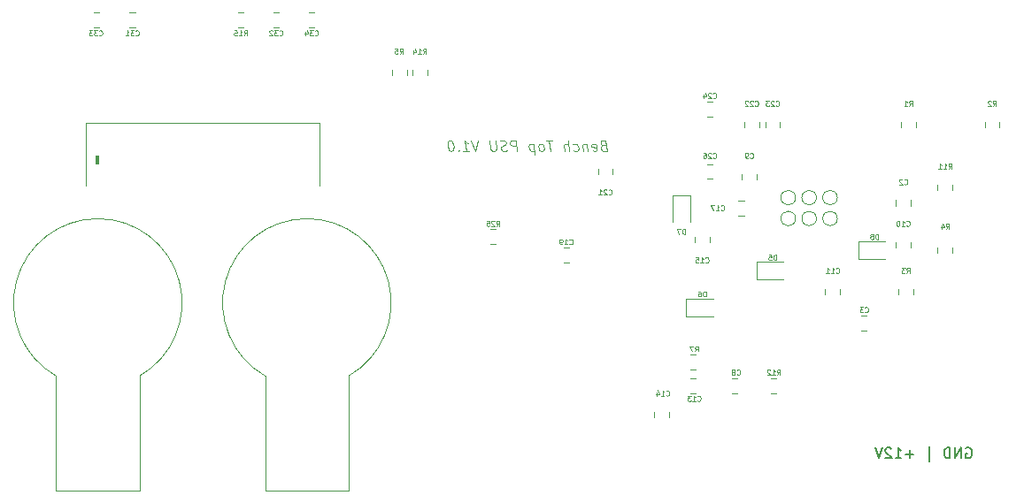
<source format=gbr>
%TF.GenerationSoftware,KiCad,Pcbnew,(5.99.0-3349-gc9824bbd9)*%
%TF.CreationDate,2020-09-17T19:27:59-07:00*%
%TF.ProjectId,Power_Supply,506f7765-725f-4537-9570-706c792e6b69,rev?*%
%TF.SameCoordinates,Original*%
%TF.FileFunction,Legend,Bot*%
%TF.FilePolarity,Positive*%
%FSLAX46Y46*%
G04 Gerber Fmt 4.6, Leading zero omitted, Abs format (unit mm)*
G04 Created by KiCad (PCBNEW (5.99.0-3349-gc9824bbd9)) date 2020-09-17 19:27:59*
%MOMM*%
%LPD*%
G01*
G04 APERTURE LIST*
%ADD10C,0.150000*%
%ADD11C,0.075000*%
%ADD12C,0.100000*%
%ADD13C,0.120000*%
%ADD14C,0.010000*%
%ADD15C,0.050000*%
G04 APERTURE END LIST*
D10*
X105000000Y-56000000D02*
X105095238Y-55952380D01*
X105238095Y-55952380D01*
X105380952Y-56000000D01*
X105476190Y-56095238D01*
X105523809Y-56190476D01*
X105571428Y-56380952D01*
X105571428Y-56523809D01*
X105523809Y-56714285D01*
X105476190Y-56809523D01*
X105380952Y-56904761D01*
X105238095Y-56952380D01*
X105142857Y-56952380D01*
X105000000Y-56904761D01*
X104952380Y-56857142D01*
X104952380Y-56523809D01*
X105142857Y-56523809D01*
X104523809Y-56952380D02*
X104523809Y-55952380D01*
X103952380Y-56952380D01*
X103952380Y-55952380D01*
X103476190Y-56952380D02*
X103476190Y-55952380D01*
X103238095Y-55952380D01*
X103095238Y-56000000D01*
X103000000Y-56095238D01*
X102952380Y-56190476D01*
X102904761Y-56380952D01*
X102904761Y-56523809D01*
X102952380Y-56714285D01*
X103000000Y-56809523D01*
X103095238Y-56904761D01*
X103238095Y-56952380D01*
X103476190Y-56952380D01*
X101476190Y-57285714D02*
X101476190Y-55857142D01*
X100000000Y-56571428D02*
X99238095Y-56571428D01*
X99619047Y-56952380D02*
X99619047Y-56190476D01*
X98238095Y-56952380D02*
X98809523Y-56952380D01*
X98523809Y-56952380D02*
X98523809Y-55952380D01*
X98619047Y-56095238D01*
X98714285Y-56190476D01*
X98809523Y-56238095D01*
X97857142Y-56047619D02*
X97809523Y-56000000D01*
X97714285Y-55952380D01*
X97476190Y-55952380D01*
X97380952Y-56000000D01*
X97333333Y-56047619D01*
X97285714Y-56142857D01*
X97285714Y-56238095D01*
X97333333Y-56380952D01*
X97904761Y-56952380D01*
X97285714Y-56952380D01*
X97000000Y-55952380D02*
X96666666Y-56952380D01*
X96333333Y-55952380D01*
D11*
X70267291Y-26994821D02*
X70130386Y-27042440D01*
X70088720Y-27090059D01*
X70053005Y-27185297D01*
X70070863Y-27328154D01*
X70130386Y-27423392D01*
X70183958Y-27471011D01*
X70285148Y-27518630D01*
X70666101Y-27518630D01*
X70541101Y-26518630D01*
X70207767Y-26518630D01*
X70118482Y-26566250D01*
X70076815Y-26613869D01*
X70041101Y-26709107D01*
X70053005Y-26804345D01*
X70112529Y-26899583D01*
X70166101Y-26947202D01*
X70267291Y-26994821D01*
X70600625Y-26994821D01*
X69279196Y-27471011D02*
X69380386Y-27518630D01*
X69570863Y-27518630D01*
X69660148Y-27471011D01*
X69695863Y-27375773D01*
X69648244Y-26994821D01*
X69588720Y-26899583D01*
X69487529Y-26851964D01*
X69297053Y-26851964D01*
X69207767Y-26899583D01*
X69172053Y-26994821D01*
X69183958Y-27090059D01*
X69672053Y-27185297D01*
X68725625Y-26851964D02*
X68808958Y-27518630D01*
X68737529Y-26947202D02*
X68683958Y-26899583D01*
X68582767Y-26851964D01*
X68439910Y-26851964D01*
X68350625Y-26899583D01*
X68314910Y-26994821D01*
X68380386Y-27518630D01*
X67469672Y-27471011D02*
X67570863Y-27518630D01*
X67761339Y-27518630D01*
X67850625Y-27471011D01*
X67892291Y-27423392D01*
X67928005Y-27328154D01*
X67892291Y-27042440D01*
X67832767Y-26947202D01*
X67779196Y-26899583D01*
X67678005Y-26851964D01*
X67487529Y-26851964D01*
X67398244Y-26899583D01*
X67047053Y-27518630D02*
X66922053Y-26518630D01*
X66618482Y-27518630D02*
X66553005Y-26994821D01*
X66588720Y-26899583D01*
X66678005Y-26851964D01*
X66820863Y-26851964D01*
X66922053Y-26899583D01*
X66975625Y-26947202D01*
X65398244Y-26518630D02*
X64826815Y-26518630D01*
X65237529Y-27518630D02*
X65112529Y-26518630D01*
X64475625Y-27518630D02*
X64564910Y-27471011D01*
X64606577Y-27423392D01*
X64642291Y-27328154D01*
X64606577Y-27042440D01*
X64547053Y-26947202D01*
X64493482Y-26899583D01*
X64392291Y-26851964D01*
X64249434Y-26851964D01*
X64160148Y-26899583D01*
X64118482Y-26947202D01*
X64082767Y-27042440D01*
X64118482Y-27328154D01*
X64178005Y-27423392D01*
X64231577Y-27471011D01*
X64332767Y-27518630D01*
X64475625Y-27518630D01*
X63630386Y-26851964D02*
X63755386Y-27851964D01*
X63636339Y-26899583D02*
X63535148Y-26851964D01*
X63344672Y-26851964D01*
X63255386Y-26899583D01*
X63213720Y-26947202D01*
X63178005Y-27042440D01*
X63213720Y-27328154D01*
X63273244Y-27423392D01*
X63326815Y-27471011D01*
X63428005Y-27518630D01*
X63618482Y-27518630D01*
X63707767Y-27471011D01*
X62047053Y-27518630D02*
X61922053Y-26518630D01*
X61541101Y-26518630D01*
X61451815Y-26566250D01*
X61410148Y-26613869D01*
X61374434Y-26709107D01*
X61392291Y-26851964D01*
X61451815Y-26947202D01*
X61505386Y-26994821D01*
X61606577Y-27042440D01*
X61987529Y-27042440D01*
X61088720Y-27471011D02*
X60951815Y-27518630D01*
X60713720Y-27518630D01*
X60612529Y-27471011D01*
X60558958Y-27423392D01*
X60499434Y-27328154D01*
X60487529Y-27232916D01*
X60523244Y-27137678D01*
X60564910Y-27090059D01*
X60654196Y-27042440D01*
X60838720Y-26994821D01*
X60928005Y-26947202D01*
X60969672Y-26899583D01*
X61005386Y-26804345D01*
X60993482Y-26709107D01*
X60933958Y-26613869D01*
X60880386Y-26566250D01*
X60779196Y-26518630D01*
X60541101Y-26518630D01*
X60404196Y-26566250D01*
X59969672Y-26518630D02*
X60070863Y-27328154D01*
X60035148Y-27423392D01*
X59993482Y-27471011D01*
X59904196Y-27518630D01*
X59713720Y-27518630D01*
X59612529Y-27471011D01*
X59558958Y-27423392D01*
X59499434Y-27328154D01*
X59398244Y-26518630D01*
X58303005Y-26518630D02*
X58094672Y-27518630D01*
X57636339Y-26518630D01*
X56904196Y-27518630D02*
X57475625Y-27518630D01*
X57189910Y-27518630D02*
X57064910Y-26518630D01*
X57178005Y-26661488D01*
X57285148Y-26756726D01*
X57386339Y-26804345D01*
X56463720Y-27423392D02*
X56422053Y-27471011D01*
X56475625Y-27518630D01*
X56517291Y-27471011D01*
X56463720Y-27423392D01*
X56475625Y-27518630D01*
X55683958Y-26518630D02*
X55588720Y-26518630D01*
X55499434Y-26566250D01*
X55457767Y-26613869D01*
X55422053Y-26709107D01*
X55398244Y-26899583D01*
X55428005Y-27137678D01*
X55499434Y-27328154D01*
X55558958Y-27423392D01*
X55612529Y-27471011D01*
X55713720Y-27518630D01*
X55808958Y-27518630D01*
X55898244Y-27471011D01*
X55939910Y-27423392D01*
X55975625Y-27328154D01*
X55999434Y-27137678D01*
X55969672Y-26899583D01*
X55898244Y-26709107D01*
X55838720Y-26613869D01*
X55785148Y-26566250D01*
X55683958Y-26518630D01*
D12*
%TO.C,C32*%
X39321428Y-16428571D02*
X39345238Y-16452380D01*
X39416666Y-16476190D01*
X39464285Y-16476190D01*
X39535714Y-16452380D01*
X39583333Y-16404761D01*
X39607142Y-16357142D01*
X39630952Y-16261904D01*
X39630952Y-16190476D01*
X39607142Y-16095238D01*
X39583333Y-16047619D01*
X39535714Y-16000000D01*
X39464285Y-15976190D01*
X39416666Y-15976190D01*
X39345238Y-16000000D01*
X39321428Y-16023809D01*
X39154761Y-15976190D02*
X38845238Y-15976190D01*
X39011904Y-16166666D01*
X38940476Y-16166666D01*
X38892857Y-16190476D01*
X38869047Y-16214285D01*
X38845238Y-16261904D01*
X38845238Y-16380952D01*
X38869047Y-16428571D01*
X38892857Y-16452380D01*
X38940476Y-16476190D01*
X39083333Y-16476190D01*
X39130952Y-16452380D01*
X39154761Y-16428571D01*
X38654761Y-16023809D02*
X38630952Y-16000000D01*
X38583333Y-15976190D01*
X38464285Y-15976190D01*
X38416666Y-16000000D01*
X38392857Y-16023809D01*
X38369047Y-16071428D01*
X38369047Y-16119047D01*
X38392857Y-16190476D01*
X38678571Y-16476190D01*
X38369047Y-16476190D01*
%TO.C,D6*%
X80119047Y-41476190D02*
X80119047Y-40976190D01*
X80000000Y-40976190D01*
X79928571Y-41000000D01*
X79880952Y-41047619D01*
X79857142Y-41095238D01*
X79833333Y-41190476D01*
X79833333Y-41261904D01*
X79857142Y-41357142D01*
X79880952Y-41404761D01*
X79928571Y-41452380D01*
X80000000Y-41476190D01*
X80119047Y-41476190D01*
X79404761Y-40976190D02*
X79500000Y-40976190D01*
X79547619Y-41000000D01*
X79571428Y-41023809D01*
X79619047Y-41095238D01*
X79642857Y-41190476D01*
X79642857Y-41380952D01*
X79619047Y-41428571D01*
X79595238Y-41452380D01*
X79547619Y-41476190D01*
X79452380Y-41476190D01*
X79404761Y-41452380D01*
X79380952Y-41428571D01*
X79357142Y-41380952D01*
X79357142Y-41261904D01*
X79380952Y-41214285D01*
X79404761Y-41190476D01*
X79452380Y-41166666D01*
X79547619Y-41166666D01*
X79595238Y-41190476D01*
X79619047Y-41214285D01*
X79642857Y-41261904D01*
%TO.C,R14*%
X53071428Y-18226190D02*
X53238095Y-17988095D01*
X53357142Y-18226190D02*
X53357142Y-17726190D01*
X53166666Y-17726190D01*
X53119047Y-17750000D01*
X53095238Y-17773809D01*
X53071428Y-17821428D01*
X53071428Y-17892857D01*
X53095238Y-17940476D01*
X53119047Y-17964285D01*
X53166666Y-17988095D01*
X53357142Y-17988095D01*
X52595238Y-18226190D02*
X52880952Y-18226190D01*
X52738095Y-18226190D02*
X52738095Y-17726190D01*
X52785714Y-17797619D01*
X52833333Y-17845238D01*
X52880952Y-17869047D01*
X52166666Y-17892857D02*
X52166666Y-18226190D01*
X52285714Y-17702380D02*
X52404761Y-18059523D01*
X52095238Y-18059523D01*
%TO.C,C3*%
X95333333Y-42928571D02*
X95357142Y-42952380D01*
X95428571Y-42976190D01*
X95476190Y-42976190D01*
X95547619Y-42952380D01*
X95595238Y-42904761D01*
X95619047Y-42857142D01*
X95642857Y-42761904D01*
X95642857Y-42690476D01*
X95619047Y-42595238D01*
X95595238Y-42547619D01*
X95547619Y-42500000D01*
X95476190Y-42476190D01*
X95428571Y-42476190D01*
X95357142Y-42500000D01*
X95333333Y-42523809D01*
X95166666Y-42476190D02*
X94857142Y-42476190D01*
X95023809Y-42666666D01*
X94952380Y-42666666D01*
X94904761Y-42690476D01*
X94880952Y-42714285D01*
X94857142Y-42761904D01*
X94857142Y-42880952D01*
X94880952Y-42928571D01*
X94904761Y-42952380D01*
X94952380Y-42976190D01*
X95095238Y-42976190D01*
X95142857Y-42952380D01*
X95166666Y-42928571D01*
%TO.C,C8*%
X83083333Y-48928571D02*
X83107142Y-48952380D01*
X83178571Y-48976190D01*
X83226190Y-48976190D01*
X83297619Y-48952380D01*
X83345238Y-48904761D01*
X83369047Y-48857142D01*
X83392857Y-48761904D01*
X83392857Y-48690476D01*
X83369047Y-48595238D01*
X83345238Y-48547619D01*
X83297619Y-48500000D01*
X83226190Y-48476190D01*
X83178571Y-48476190D01*
X83107142Y-48500000D01*
X83083333Y-48523809D01*
X82797619Y-48690476D02*
X82845238Y-48666666D01*
X82869047Y-48642857D01*
X82892857Y-48595238D01*
X82892857Y-48571428D01*
X82869047Y-48523809D01*
X82845238Y-48500000D01*
X82797619Y-48476190D01*
X82702380Y-48476190D01*
X82654761Y-48500000D01*
X82630952Y-48523809D01*
X82607142Y-48571428D01*
X82607142Y-48595238D01*
X82630952Y-48642857D01*
X82654761Y-48666666D01*
X82702380Y-48690476D01*
X82797619Y-48690476D01*
X82845238Y-48714285D01*
X82869047Y-48738095D01*
X82892857Y-48785714D01*
X82892857Y-48880952D01*
X82869047Y-48928571D01*
X82845238Y-48952380D01*
X82797619Y-48976190D01*
X82702380Y-48976190D01*
X82654761Y-48952380D01*
X82630952Y-48928571D01*
X82607142Y-48880952D01*
X82607142Y-48785714D01*
X82630952Y-48738095D01*
X82654761Y-48714285D01*
X82702380Y-48690476D01*
%TO.C,C2*%
X99083333Y-30678571D02*
X99107142Y-30702380D01*
X99178571Y-30726190D01*
X99226190Y-30726190D01*
X99297619Y-30702380D01*
X99345238Y-30654761D01*
X99369047Y-30607142D01*
X99392857Y-30511904D01*
X99392857Y-30440476D01*
X99369047Y-30345238D01*
X99345238Y-30297619D01*
X99297619Y-30250000D01*
X99226190Y-30226190D01*
X99178571Y-30226190D01*
X99107142Y-30250000D01*
X99083333Y-30273809D01*
X98892857Y-30273809D02*
X98869047Y-30250000D01*
X98821428Y-30226190D01*
X98702380Y-30226190D01*
X98654761Y-30250000D01*
X98630952Y-30273809D01*
X98607142Y-30321428D01*
X98607142Y-30369047D01*
X98630952Y-30440476D01*
X98916666Y-30726190D01*
X98607142Y-30726190D01*
%TO.C,R11*%
X103321428Y-29226190D02*
X103488095Y-28988095D01*
X103607142Y-29226190D02*
X103607142Y-28726190D01*
X103416666Y-28726190D01*
X103369047Y-28750000D01*
X103345238Y-28773809D01*
X103321428Y-28821428D01*
X103321428Y-28892857D01*
X103345238Y-28940476D01*
X103369047Y-28964285D01*
X103416666Y-28988095D01*
X103607142Y-28988095D01*
X102845238Y-29226190D02*
X103130952Y-29226190D01*
X102988095Y-29226190D02*
X102988095Y-28726190D01*
X103035714Y-28797619D01*
X103083333Y-28845238D01*
X103130952Y-28869047D01*
X102369047Y-29226190D02*
X102654761Y-29226190D01*
X102511904Y-29226190D02*
X102511904Y-28726190D01*
X102559523Y-28797619D01*
X102607142Y-28845238D01*
X102654761Y-28869047D01*
%TO.C,D8*%
X96619047Y-35976190D02*
X96619047Y-35476190D01*
X96500000Y-35476190D01*
X96428571Y-35500000D01*
X96380952Y-35547619D01*
X96357142Y-35595238D01*
X96333333Y-35690476D01*
X96333333Y-35761904D01*
X96357142Y-35857142D01*
X96380952Y-35904761D01*
X96428571Y-35952380D01*
X96500000Y-35976190D01*
X96619047Y-35976190D01*
X96047619Y-35690476D02*
X96095238Y-35666666D01*
X96119047Y-35642857D01*
X96142857Y-35595238D01*
X96142857Y-35571428D01*
X96119047Y-35523809D01*
X96095238Y-35500000D01*
X96047619Y-35476190D01*
X95952380Y-35476190D01*
X95904761Y-35500000D01*
X95880952Y-35523809D01*
X95857142Y-35571428D01*
X95857142Y-35595238D01*
X95880952Y-35642857D01*
X95904761Y-35666666D01*
X95952380Y-35690476D01*
X96047619Y-35690476D01*
X96095238Y-35714285D01*
X96119047Y-35738095D01*
X96142857Y-35785714D01*
X96142857Y-35880952D01*
X96119047Y-35928571D01*
X96095238Y-35952380D01*
X96047619Y-35976190D01*
X95952380Y-35976190D01*
X95904761Y-35952380D01*
X95880952Y-35928571D01*
X95857142Y-35880952D01*
X95857142Y-35785714D01*
X95880952Y-35738095D01*
X95904761Y-35714285D01*
X95952380Y-35690476D01*
%TO.C,R4*%
X103083333Y-34976190D02*
X103250000Y-34738095D01*
X103369047Y-34976190D02*
X103369047Y-34476190D01*
X103178571Y-34476190D01*
X103130952Y-34500000D01*
X103107142Y-34523809D01*
X103083333Y-34571428D01*
X103083333Y-34642857D01*
X103107142Y-34690476D01*
X103130952Y-34714285D01*
X103178571Y-34738095D01*
X103369047Y-34738095D01*
X102654761Y-34642857D02*
X102654761Y-34976190D01*
X102773809Y-34452380D02*
X102892857Y-34809523D01*
X102583333Y-34809523D01*
%TO.C,C34*%
X42721428Y-16428571D02*
X42745238Y-16452380D01*
X42816666Y-16476190D01*
X42864285Y-16476190D01*
X42935714Y-16452380D01*
X42983333Y-16404761D01*
X43007142Y-16357142D01*
X43030952Y-16261904D01*
X43030952Y-16190476D01*
X43007142Y-16095238D01*
X42983333Y-16047619D01*
X42935714Y-16000000D01*
X42864285Y-15976190D01*
X42816666Y-15976190D01*
X42745238Y-16000000D01*
X42721428Y-16023809D01*
X42554761Y-15976190D02*
X42245238Y-15976190D01*
X42411904Y-16166666D01*
X42340476Y-16166666D01*
X42292857Y-16190476D01*
X42269047Y-16214285D01*
X42245238Y-16261904D01*
X42245238Y-16380952D01*
X42269047Y-16428571D01*
X42292857Y-16452380D01*
X42340476Y-16476190D01*
X42483333Y-16476190D01*
X42530952Y-16452380D01*
X42554761Y-16428571D01*
X41816666Y-16142857D02*
X41816666Y-16476190D01*
X41935714Y-15952380D02*
X42054761Y-16309523D01*
X41745238Y-16309523D01*
%TO.C,R25*%
X60071428Y-34726190D02*
X60238095Y-34488095D01*
X60357142Y-34726190D02*
X60357142Y-34226190D01*
X60166666Y-34226190D01*
X60119047Y-34250000D01*
X60095238Y-34273809D01*
X60071428Y-34321428D01*
X60071428Y-34392857D01*
X60095238Y-34440476D01*
X60119047Y-34464285D01*
X60166666Y-34488095D01*
X60357142Y-34488095D01*
X59880952Y-34273809D02*
X59857142Y-34250000D01*
X59809523Y-34226190D01*
X59690476Y-34226190D01*
X59642857Y-34250000D01*
X59619047Y-34273809D01*
X59595238Y-34321428D01*
X59595238Y-34369047D01*
X59619047Y-34440476D01*
X59904761Y-34726190D01*
X59595238Y-34726190D01*
X59142857Y-34226190D02*
X59380952Y-34226190D01*
X59404761Y-34464285D01*
X59380952Y-34440476D01*
X59333333Y-34416666D01*
X59214285Y-34416666D01*
X59166666Y-34440476D01*
X59142857Y-34464285D01*
X59119047Y-34511904D01*
X59119047Y-34630952D01*
X59142857Y-34678571D01*
X59166666Y-34702380D01*
X59214285Y-34726190D01*
X59333333Y-34726190D01*
X59380952Y-34702380D01*
X59404761Y-34678571D01*
%TO.C,D5*%
X86869047Y-37976190D02*
X86869047Y-37476190D01*
X86750000Y-37476190D01*
X86678571Y-37500000D01*
X86630952Y-37547619D01*
X86607142Y-37595238D01*
X86583333Y-37690476D01*
X86583333Y-37761904D01*
X86607142Y-37857142D01*
X86630952Y-37904761D01*
X86678571Y-37952380D01*
X86750000Y-37976190D01*
X86869047Y-37976190D01*
X86130952Y-37476190D02*
X86369047Y-37476190D01*
X86392857Y-37714285D01*
X86369047Y-37690476D01*
X86321428Y-37666666D01*
X86202380Y-37666666D01*
X86154761Y-37690476D01*
X86130952Y-37714285D01*
X86107142Y-37761904D01*
X86107142Y-37880952D01*
X86130952Y-37928571D01*
X86154761Y-37952380D01*
X86202380Y-37976190D01*
X86321428Y-37976190D01*
X86369047Y-37952380D01*
X86392857Y-37928571D01*
%TO.C,C15*%
X80071428Y-38178571D02*
X80095238Y-38202380D01*
X80166666Y-38226190D01*
X80214285Y-38226190D01*
X80285714Y-38202380D01*
X80333333Y-38154761D01*
X80357142Y-38107142D01*
X80380952Y-38011904D01*
X80380952Y-37940476D01*
X80357142Y-37845238D01*
X80333333Y-37797619D01*
X80285714Y-37750000D01*
X80214285Y-37726190D01*
X80166666Y-37726190D01*
X80095238Y-37750000D01*
X80071428Y-37773809D01*
X79595238Y-38226190D02*
X79880952Y-38226190D01*
X79738095Y-38226190D02*
X79738095Y-37726190D01*
X79785714Y-37797619D01*
X79833333Y-37845238D01*
X79880952Y-37869047D01*
X79142857Y-37726190D02*
X79380952Y-37726190D01*
X79404761Y-37964285D01*
X79380952Y-37940476D01*
X79333333Y-37916666D01*
X79214285Y-37916666D01*
X79166666Y-37940476D01*
X79142857Y-37964285D01*
X79119047Y-38011904D01*
X79119047Y-38130952D01*
X79142857Y-38178571D01*
X79166666Y-38202380D01*
X79214285Y-38226190D01*
X79333333Y-38226190D01*
X79380952Y-38202380D01*
X79404761Y-38178571D01*
%TO.C,C31*%
X25571428Y-16428571D02*
X25595238Y-16452380D01*
X25666666Y-16476190D01*
X25714285Y-16476190D01*
X25785714Y-16452380D01*
X25833333Y-16404761D01*
X25857142Y-16357142D01*
X25880952Y-16261904D01*
X25880952Y-16190476D01*
X25857142Y-16095238D01*
X25833333Y-16047619D01*
X25785714Y-16000000D01*
X25714285Y-15976190D01*
X25666666Y-15976190D01*
X25595238Y-16000000D01*
X25571428Y-16023809D01*
X25404761Y-15976190D02*
X25095238Y-15976190D01*
X25261904Y-16166666D01*
X25190476Y-16166666D01*
X25142857Y-16190476D01*
X25119047Y-16214285D01*
X25095238Y-16261904D01*
X25095238Y-16380952D01*
X25119047Y-16428571D01*
X25142857Y-16452380D01*
X25190476Y-16476190D01*
X25333333Y-16476190D01*
X25380952Y-16452380D01*
X25404761Y-16428571D01*
X24619047Y-16476190D02*
X24904761Y-16476190D01*
X24761904Y-16476190D02*
X24761904Y-15976190D01*
X24809523Y-16047619D01*
X24857142Y-16095238D01*
X24904761Y-16119047D01*
%TO.C,C10*%
X99321428Y-34678571D02*
X99345238Y-34702380D01*
X99416666Y-34726190D01*
X99464285Y-34726190D01*
X99535714Y-34702380D01*
X99583333Y-34654761D01*
X99607142Y-34607142D01*
X99630952Y-34511904D01*
X99630952Y-34440476D01*
X99607142Y-34345238D01*
X99583333Y-34297619D01*
X99535714Y-34250000D01*
X99464285Y-34226190D01*
X99416666Y-34226190D01*
X99345238Y-34250000D01*
X99321428Y-34273809D01*
X98845238Y-34726190D02*
X99130952Y-34726190D01*
X98988095Y-34726190D02*
X98988095Y-34226190D01*
X99035714Y-34297619D01*
X99083333Y-34345238D01*
X99130952Y-34369047D01*
X98535714Y-34226190D02*
X98488095Y-34226190D01*
X98440476Y-34250000D01*
X98416666Y-34273809D01*
X98392857Y-34321428D01*
X98369047Y-34416666D01*
X98369047Y-34535714D01*
X98392857Y-34630952D01*
X98416666Y-34678571D01*
X98440476Y-34702380D01*
X98488095Y-34726190D01*
X98535714Y-34726190D01*
X98583333Y-34702380D01*
X98607142Y-34678571D01*
X98630952Y-34630952D01*
X98654761Y-34535714D01*
X98654761Y-34416666D01*
X98630952Y-34321428D01*
X98607142Y-34273809D01*
X98583333Y-34250000D01*
X98535714Y-34226190D01*
%TO.C,R5*%
X50833333Y-18226190D02*
X51000000Y-17988095D01*
X51119047Y-18226190D02*
X51119047Y-17726190D01*
X50928571Y-17726190D01*
X50880952Y-17750000D01*
X50857142Y-17773809D01*
X50833333Y-17821428D01*
X50833333Y-17892857D01*
X50857142Y-17940476D01*
X50880952Y-17964285D01*
X50928571Y-17988095D01*
X51119047Y-17988095D01*
X50380952Y-17726190D02*
X50619047Y-17726190D01*
X50642857Y-17964285D01*
X50619047Y-17940476D01*
X50571428Y-17916666D01*
X50452380Y-17916666D01*
X50404761Y-17940476D01*
X50380952Y-17964285D01*
X50357142Y-18011904D01*
X50357142Y-18130952D01*
X50380952Y-18178571D01*
X50404761Y-18202380D01*
X50452380Y-18226190D01*
X50571428Y-18226190D01*
X50619047Y-18202380D01*
X50642857Y-18178571D01*
%TO.C,C14*%
X76321428Y-50928571D02*
X76345238Y-50952380D01*
X76416666Y-50976190D01*
X76464285Y-50976190D01*
X76535714Y-50952380D01*
X76583333Y-50904761D01*
X76607142Y-50857142D01*
X76630952Y-50761904D01*
X76630952Y-50690476D01*
X76607142Y-50595238D01*
X76583333Y-50547619D01*
X76535714Y-50500000D01*
X76464285Y-50476190D01*
X76416666Y-50476190D01*
X76345238Y-50500000D01*
X76321428Y-50523809D01*
X75845238Y-50976190D02*
X76130952Y-50976190D01*
X75988095Y-50976190D02*
X75988095Y-50476190D01*
X76035714Y-50547619D01*
X76083333Y-50595238D01*
X76130952Y-50619047D01*
X75416666Y-50642857D02*
X75416666Y-50976190D01*
X75535714Y-50452380D02*
X75654761Y-50809523D01*
X75345238Y-50809523D01*
%TO.C,R2*%
X107583333Y-23226190D02*
X107750000Y-22988095D01*
X107869047Y-23226190D02*
X107869047Y-22726190D01*
X107678571Y-22726190D01*
X107630952Y-22750000D01*
X107607142Y-22773809D01*
X107583333Y-22821428D01*
X107583333Y-22892857D01*
X107607142Y-22940476D01*
X107630952Y-22964285D01*
X107678571Y-22988095D01*
X107869047Y-22988095D01*
X107392857Y-22773809D02*
X107369047Y-22750000D01*
X107321428Y-22726190D01*
X107202380Y-22726190D01*
X107154761Y-22750000D01*
X107130952Y-22773809D01*
X107107142Y-22821428D01*
X107107142Y-22869047D01*
X107130952Y-22940476D01*
X107416666Y-23226190D01*
X107107142Y-23226190D01*
%TO.C,R3*%
X99333333Y-39226190D02*
X99500000Y-38988095D01*
X99619047Y-39226190D02*
X99619047Y-38726190D01*
X99428571Y-38726190D01*
X99380952Y-38750000D01*
X99357142Y-38773809D01*
X99333333Y-38821428D01*
X99333333Y-38892857D01*
X99357142Y-38940476D01*
X99380952Y-38964285D01*
X99428571Y-38988095D01*
X99619047Y-38988095D01*
X99166666Y-38726190D02*
X98857142Y-38726190D01*
X99023809Y-38916666D01*
X98952380Y-38916666D01*
X98904761Y-38940476D01*
X98880952Y-38964285D01*
X98857142Y-39011904D01*
X98857142Y-39130952D01*
X98880952Y-39178571D01*
X98904761Y-39202380D01*
X98952380Y-39226190D01*
X99095238Y-39226190D01*
X99142857Y-39202380D01*
X99166666Y-39178571D01*
%TO.C,R12*%
X86941428Y-48976190D02*
X87108095Y-48738095D01*
X87227142Y-48976190D02*
X87227142Y-48476190D01*
X87036666Y-48476190D01*
X86989047Y-48500000D01*
X86965238Y-48523809D01*
X86941428Y-48571428D01*
X86941428Y-48642857D01*
X86965238Y-48690476D01*
X86989047Y-48714285D01*
X87036666Y-48738095D01*
X87227142Y-48738095D01*
X86465238Y-48976190D02*
X86750952Y-48976190D01*
X86608095Y-48976190D02*
X86608095Y-48476190D01*
X86655714Y-48547619D01*
X86703333Y-48595238D01*
X86750952Y-48619047D01*
X86274761Y-48523809D02*
X86250952Y-48500000D01*
X86203333Y-48476190D01*
X86084285Y-48476190D01*
X86036666Y-48500000D01*
X86012857Y-48523809D01*
X85989047Y-48571428D01*
X85989047Y-48619047D01*
X86012857Y-48690476D01*
X86298571Y-48976190D01*
X85989047Y-48976190D01*
%TO.C,C33*%
X22071428Y-16428571D02*
X22095238Y-16452380D01*
X22166666Y-16476190D01*
X22214285Y-16476190D01*
X22285714Y-16452380D01*
X22333333Y-16404761D01*
X22357142Y-16357142D01*
X22380952Y-16261904D01*
X22380952Y-16190476D01*
X22357142Y-16095238D01*
X22333333Y-16047619D01*
X22285714Y-16000000D01*
X22214285Y-15976190D01*
X22166666Y-15976190D01*
X22095238Y-16000000D01*
X22071428Y-16023809D01*
X21904761Y-15976190D02*
X21595238Y-15976190D01*
X21761904Y-16166666D01*
X21690476Y-16166666D01*
X21642857Y-16190476D01*
X21619047Y-16214285D01*
X21595238Y-16261904D01*
X21595238Y-16380952D01*
X21619047Y-16428571D01*
X21642857Y-16452380D01*
X21690476Y-16476190D01*
X21833333Y-16476190D01*
X21880952Y-16452380D01*
X21904761Y-16428571D01*
X21428571Y-15976190D02*
X21119047Y-15976190D01*
X21285714Y-16166666D01*
X21214285Y-16166666D01*
X21166666Y-16190476D01*
X21142857Y-16214285D01*
X21119047Y-16261904D01*
X21119047Y-16380952D01*
X21142857Y-16428571D01*
X21166666Y-16452380D01*
X21214285Y-16476190D01*
X21357142Y-16476190D01*
X21404761Y-16452380D01*
X21428571Y-16428571D01*
%TO.C,C22*%
X84821428Y-23178571D02*
X84845238Y-23202380D01*
X84916666Y-23226190D01*
X84964285Y-23226190D01*
X85035714Y-23202380D01*
X85083333Y-23154761D01*
X85107142Y-23107142D01*
X85130952Y-23011904D01*
X85130952Y-22940476D01*
X85107142Y-22845238D01*
X85083333Y-22797619D01*
X85035714Y-22750000D01*
X84964285Y-22726190D01*
X84916666Y-22726190D01*
X84845238Y-22750000D01*
X84821428Y-22773809D01*
X84630952Y-22773809D02*
X84607142Y-22750000D01*
X84559523Y-22726190D01*
X84440476Y-22726190D01*
X84392857Y-22750000D01*
X84369047Y-22773809D01*
X84345238Y-22821428D01*
X84345238Y-22869047D01*
X84369047Y-22940476D01*
X84654761Y-23226190D01*
X84345238Y-23226190D01*
X84154761Y-22773809D02*
X84130952Y-22750000D01*
X84083333Y-22726190D01*
X83964285Y-22726190D01*
X83916666Y-22750000D01*
X83892857Y-22773809D01*
X83869047Y-22821428D01*
X83869047Y-22869047D01*
X83892857Y-22940476D01*
X84178571Y-23226190D01*
X83869047Y-23226190D01*
%TO.C,C13*%
X79321428Y-51428571D02*
X79345238Y-51452380D01*
X79416666Y-51476190D01*
X79464285Y-51476190D01*
X79535714Y-51452380D01*
X79583333Y-51404761D01*
X79607142Y-51357142D01*
X79630952Y-51261904D01*
X79630952Y-51190476D01*
X79607142Y-51095238D01*
X79583333Y-51047619D01*
X79535714Y-51000000D01*
X79464285Y-50976190D01*
X79416666Y-50976190D01*
X79345238Y-51000000D01*
X79321428Y-51023809D01*
X78845238Y-51476190D02*
X79130952Y-51476190D01*
X78988095Y-51476190D02*
X78988095Y-50976190D01*
X79035714Y-51047619D01*
X79083333Y-51095238D01*
X79130952Y-51119047D01*
X78678571Y-50976190D02*
X78369047Y-50976190D01*
X78535714Y-51166666D01*
X78464285Y-51166666D01*
X78416666Y-51190476D01*
X78392857Y-51214285D01*
X78369047Y-51261904D01*
X78369047Y-51380952D01*
X78392857Y-51428571D01*
X78416666Y-51452380D01*
X78464285Y-51476190D01*
X78607142Y-51476190D01*
X78654761Y-51452380D01*
X78678571Y-51428571D01*
%TO.C,R1*%
X99583333Y-23226190D02*
X99750000Y-22988095D01*
X99869047Y-23226190D02*
X99869047Y-22726190D01*
X99678571Y-22726190D01*
X99630952Y-22750000D01*
X99607142Y-22773809D01*
X99583333Y-22821428D01*
X99583333Y-22892857D01*
X99607142Y-22940476D01*
X99630952Y-22964285D01*
X99678571Y-22988095D01*
X99869047Y-22988095D01*
X99107142Y-23226190D02*
X99392857Y-23226190D01*
X99250000Y-23226190D02*
X99250000Y-22726190D01*
X99297619Y-22797619D01*
X99345238Y-22845238D01*
X99392857Y-22869047D01*
%TO.C,C21*%
X70821428Y-31678571D02*
X70845238Y-31702380D01*
X70916666Y-31726190D01*
X70964285Y-31726190D01*
X71035714Y-31702380D01*
X71083333Y-31654761D01*
X71107142Y-31607142D01*
X71130952Y-31511904D01*
X71130952Y-31440476D01*
X71107142Y-31345238D01*
X71083333Y-31297619D01*
X71035714Y-31250000D01*
X70964285Y-31226190D01*
X70916666Y-31226190D01*
X70845238Y-31250000D01*
X70821428Y-31273809D01*
X70630952Y-31273809D02*
X70607142Y-31250000D01*
X70559523Y-31226190D01*
X70440476Y-31226190D01*
X70392857Y-31250000D01*
X70369047Y-31273809D01*
X70345238Y-31321428D01*
X70345238Y-31369047D01*
X70369047Y-31440476D01*
X70654761Y-31726190D01*
X70345238Y-31726190D01*
X69869047Y-31726190D02*
X70154761Y-31726190D01*
X70011904Y-31726190D02*
X70011904Y-31226190D01*
X70059523Y-31297619D01*
X70107142Y-31345238D01*
X70154761Y-31369047D01*
%TO.C,C19*%
X67071428Y-36428571D02*
X67095238Y-36452380D01*
X67166666Y-36476190D01*
X67214285Y-36476190D01*
X67285714Y-36452380D01*
X67333333Y-36404761D01*
X67357142Y-36357142D01*
X67380952Y-36261904D01*
X67380952Y-36190476D01*
X67357142Y-36095238D01*
X67333333Y-36047619D01*
X67285714Y-36000000D01*
X67214285Y-35976190D01*
X67166666Y-35976190D01*
X67095238Y-36000000D01*
X67071428Y-36023809D01*
X66595238Y-36476190D02*
X66880952Y-36476190D01*
X66738095Y-36476190D02*
X66738095Y-35976190D01*
X66785714Y-36047619D01*
X66833333Y-36095238D01*
X66880952Y-36119047D01*
X66357142Y-36476190D02*
X66261904Y-36476190D01*
X66214285Y-36452380D01*
X66190476Y-36428571D01*
X66142857Y-36357142D01*
X66119047Y-36261904D01*
X66119047Y-36071428D01*
X66142857Y-36023809D01*
X66166666Y-36000000D01*
X66214285Y-35976190D01*
X66309523Y-35976190D01*
X66357142Y-36000000D01*
X66380952Y-36023809D01*
X66404761Y-36071428D01*
X66404761Y-36190476D01*
X66380952Y-36238095D01*
X66357142Y-36261904D01*
X66309523Y-36285714D01*
X66214285Y-36285714D01*
X66166666Y-36261904D01*
X66142857Y-36238095D01*
X66119047Y-36190476D01*
%TO.C,C24*%
X80821428Y-22428571D02*
X80845238Y-22452380D01*
X80916666Y-22476190D01*
X80964285Y-22476190D01*
X81035714Y-22452380D01*
X81083333Y-22404761D01*
X81107142Y-22357142D01*
X81130952Y-22261904D01*
X81130952Y-22190476D01*
X81107142Y-22095238D01*
X81083333Y-22047619D01*
X81035714Y-22000000D01*
X80964285Y-21976190D01*
X80916666Y-21976190D01*
X80845238Y-22000000D01*
X80821428Y-22023809D01*
X80630952Y-22023809D02*
X80607142Y-22000000D01*
X80559523Y-21976190D01*
X80440476Y-21976190D01*
X80392857Y-22000000D01*
X80369047Y-22023809D01*
X80345238Y-22071428D01*
X80345238Y-22119047D01*
X80369047Y-22190476D01*
X80654761Y-22476190D01*
X80345238Y-22476190D01*
X79916666Y-22142857D02*
X79916666Y-22476190D01*
X80035714Y-21952380D02*
X80154761Y-22309523D01*
X79845238Y-22309523D01*
%TO.C,D7*%
X78119047Y-35476190D02*
X78119047Y-34976190D01*
X78000000Y-34976190D01*
X77928571Y-35000000D01*
X77880952Y-35047619D01*
X77857142Y-35095238D01*
X77833333Y-35190476D01*
X77833333Y-35261904D01*
X77857142Y-35357142D01*
X77880952Y-35404761D01*
X77928571Y-35452380D01*
X78000000Y-35476190D01*
X78119047Y-35476190D01*
X77666666Y-34976190D02*
X77333333Y-34976190D01*
X77547619Y-35476190D01*
%TO.C,R15*%
X35921428Y-16476190D02*
X36088095Y-16238095D01*
X36207142Y-16476190D02*
X36207142Y-15976190D01*
X36016666Y-15976190D01*
X35969047Y-16000000D01*
X35945238Y-16023809D01*
X35921428Y-16071428D01*
X35921428Y-16142857D01*
X35945238Y-16190476D01*
X35969047Y-16214285D01*
X36016666Y-16238095D01*
X36207142Y-16238095D01*
X35445238Y-16476190D02*
X35730952Y-16476190D01*
X35588095Y-16476190D02*
X35588095Y-15976190D01*
X35635714Y-16047619D01*
X35683333Y-16095238D01*
X35730952Y-16119047D01*
X34992857Y-15976190D02*
X35230952Y-15976190D01*
X35254761Y-16214285D01*
X35230952Y-16190476D01*
X35183333Y-16166666D01*
X35064285Y-16166666D01*
X35016666Y-16190476D01*
X34992857Y-16214285D01*
X34969047Y-16261904D01*
X34969047Y-16380952D01*
X34992857Y-16428571D01*
X35016666Y-16452380D01*
X35064285Y-16476190D01*
X35183333Y-16476190D01*
X35230952Y-16452380D01*
X35254761Y-16428571D01*
%TO.C,R7*%
X79083333Y-46726190D02*
X79250000Y-46488095D01*
X79369047Y-46726190D02*
X79369047Y-46226190D01*
X79178571Y-46226190D01*
X79130952Y-46250000D01*
X79107142Y-46273809D01*
X79083333Y-46321428D01*
X79083333Y-46392857D01*
X79107142Y-46440476D01*
X79130952Y-46464285D01*
X79178571Y-46488095D01*
X79369047Y-46488095D01*
X78916666Y-46226190D02*
X78583333Y-46226190D01*
X78797619Y-46726190D01*
%TO.C,C26*%
X80821428Y-28178571D02*
X80845238Y-28202380D01*
X80916666Y-28226190D01*
X80964285Y-28226190D01*
X81035714Y-28202380D01*
X81083333Y-28154761D01*
X81107142Y-28107142D01*
X81130952Y-28011904D01*
X81130952Y-27940476D01*
X81107142Y-27845238D01*
X81083333Y-27797619D01*
X81035714Y-27750000D01*
X80964285Y-27726190D01*
X80916666Y-27726190D01*
X80845238Y-27750000D01*
X80821428Y-27773809D01*
X80630952Y-27773809D02*
X80607142Y-27750000D01*
X80559523Y-27726190D01*
X80440476Y-27726190D01*
X80392857Y-27750000D01*
X80369047Y-27773809D01*
X80345238Y-27821428D01*
X80345238Y-27869047D01*
X80369047Y-27940476D01*
X80654761Y-28226190D01*
X80345238Y-28226190D01*
X79916666Y-27726190D02*
X80011904Y-27726190D01*
X80059523Y-27750000D01*
X80083333Y-27773809D01*
X80130952Y-27845238D01*
X80154761Y-27940476D01*
X80154761Y-28130952D01*
X80130952Y-28178571D01*
X80107142Y-28202380D01*
X80059523Y-28226190D01*
X79964285Y-28226190D01*
X79916666Y-28202380D01*
X79892857Y-28178571D01*
X79869047Y-28130952D01*
X79869047Y-28011904D01*
X79892857Y-27964285D01*
X79916666Y-27940476D01*
X79964285Y-27916666D01*
X80059523Y-27916666D01*
X80107142Y-27940476D01*
X80130952Y-27964285D01*
X80154761Y-28011904D01*
%TO.C,C17*%
X81571428Y-33178571D02*
X81595238Y-33202380D01*
X81666666Y-33226190D01*
X81714285Y-33226190D01*
X81785714Y-33202380D01*
X81833333Y-33154761D01*
X81857142Y-33107142D01*
X81880952Y-33011904D01*
X81880952Y-32940476D01*
X81857142Y-32845238D01*
X81833333Y-32797619D01*
X81785714Y-32750000D01*
X81714285Y-32726190D01*
X81666666Y-32726190D01*
X81595238Y-32750000D01*
X81571428Y-32773809D01*
X81095238Y-33226190D02*
X81380952Y-33226190D01*
X81238095Y-33226190D02*
X81238095Y-32726190D01*
X81285714Y-32797619D01*
X81333333Y-32845238D01*
X81380952Y-32869047D01*
X80928571Y-32726190D02*
X80595238Y-32726190D01*
X80809523Y-33226190D01*
%TO.C,C11*%
X92571428Y-39178571D02*
X92595238Y-39202380D01*
X92666666Y-39226190D01*
X92714285Y-39226190D01*
X92785714Y-39202380D01*
X92833333Y-39154761D01*
X92857142Y-39107142D01*
X92880952Y-39011904D01*
X92880952Y-38940476D01*
X92857142Y-38845238D01*
X92833333Y-38797619D01*
X92785714Y-38750000D01*
X92714285Y-38726190D01*
X92666666Y-38726190D01*
X92595238Y-38750000D01*
X92571428Y-38773809D01*
X92095238Y-39226190D02*
X92380952Y-39226190D01*
X92238095Y-39226190D02*
X92238095Y-38726190D01*
X92285714Y-38797619D01*
X92333333Y-38845238D01*
X92380952Y-38869047D01*
X91619047Y-39226190D02*
X91904761Y-39226190D01*
X91761904Y-39226190D02*
X91761904Y-38726190D01*
X91809523Y-38797619D01*
X91857142Y-38845238D01*
X91904761Y-38869047D01*
%TO.C,C23*%
X86821428Y-23178571D02*
X86845238Y-23202380D01*
X86916666Y-23226190D01*
X86964285Y-23226190D01*
X87035714Y-23202380D01*
X87083333Y-23154761D01*
X87107142Y-23107142D01*
X87130952Y-23011904D01*
X87130952Y-22940476D01*
X87107142Y-22845238D01*
X87083333Y-22797619D01*
X87035714Y-22750000D01*
X86964285Y-22726190D01*
X86916666Y-22726190D01*
X86845238Y-22750000D01*
X86821428Y-22773809D01*
X86630952Y-22773809D02*
X86607142Y-22750000D01*
X86559523Y-22726190D01*
X86440476Y-22726190D01*
X86392857Y-22750000D01*
X86369047Y-22773809D01*
X86345238Y-22821428D01*
X86345238Y-22869047D01*
X86369047Y-22940476D01*
X86654761Y-23226190D01*
X86345238Y-23226190D01*
X86178571Y-22726190D02*
X85869047Y-22726190D01*
X86035714Y-22916666D01*
X85964285Y-22916666D01*
X85916666Y-22940476D01*
X85892857Y-22964285D01*
X85869047Y-23011904D01*
X85869047Y-23130952D01*
X85892857Y-23178571D01*
X85916666Y-23202380D01*
X85964285Y-23226190D01*
X86107142Y-23226190D01*
X86154761Y-23202380D01*
X86178571Y-23178571D01*
%TO.C,C9*%
X84333333Y-28178571D02*
X84357142Y-28202380D01*
X84428571Y-28226190D01*
X84476190Y-28226190D01*
X84547619Y-28202380D01*
X84595238Y-28154761D01*
X84619047Y-28107142D01*
X84642857Y-28011904D01*
X84642857Y-27940476D01*
X84619047Y-27845238D01*
X84595238Y-27797619D01*
X84547619Y-27750000D01*
X84476190Y-27726190D01*
X84428571Y-27726190D01*
X84357142Y-27750000D01*
X84333333Y-27773809D01*
X84095238Y-28226190D02*
X84000000Y-28226190D01*
X83952380Y-28202380D01*
X83928571Y-28178571D01*
X83880952Y-28107142D01*
X83857142Y-28011904D01*
X83857142Y-27821428D01*
X83880952Y-27773809D01*
X83904761Y-27750000D01*
X83952380Y-27726190D01*
X84047619Y-27726190D01*
X84095238Y-27750000D01*
X84119047Y-27773809D01*
X84142857Y-27821428D01*
X84142857Y-27940476D01*
X84119047Y-27988095D01*
X84095238Y-28011904D01*
X84047619Y-28035714D01*
X83952380Y-28035714D01*
X83904761Y-28011904D01*
X83880952Y-27988095D01*
X83857142Y-27940476D01*
D13*
%TO.C,U10*%
X20800000Y-30832690D02*
X20800000Y-24832690D01*
X43200000Y-24832690D02*
X43200000Y-30832690D01*
X20800000Y-24832690D02*
X43200000Y-24832690D01*
G36*
X22000000Y-28700000D02*
G01*
X21700000Y-28700000D01*
X21700000Y-28000000D01*
X22000000Y-28000000D01*
X22000000Y-28700000D01*
G37*
D14*
X22000000Y-28700000D02*
X21700000Y-28700000D01*
X21700000Y-28000000D01*
X22000000Y-28000000D01*
X22000000Y-28700000D01*
D15*
%TO.C,J3*%
X25953085Y-60075246D02*
X25953085Y-49075246D01*
X17953085Y-60075246D02*
X25953085Y-60075246D01*
X17953085Y-49075246D02*
X17953085Y-60075246D01*
X17951835Y-49074529D02*
G75*
G02*
X25953084Y-49075245I4001250J6999283D01*
G01*
%TO.C,J2*%
X37953085Y-49075246D02*
X37953085Y-60075246D01*
X45953085Y-60075246D02*
X45953085Y-49075246D01*
X37953085Y-60075246D02*
X45953085Y-60075246D01*
X37951835Y-49074529D02*
G75*
G02*
X45953084Y-49075245I4001250J6999283D01*
G01*
D13*
%TO.C,TP3*%
X92700000Y-34000000D02*
G75*
G03*
X92700000Y-34000000I-700000J0D01*
G01*
%TO.C,C32*%
X38741422Y-15710000D02*
X39258578Y-15710000D01*
X38741422Y-14290000D02*
X39258578Y-14290000D01*
%TO.C,TP6*%
X92700000Y-32000000D02*
G75*
G03*
X92700000Y-32000000I-700000J0D01*
G01*
%TO.C,D6*%
X78250000Y-41650000D02*
X80800000Y-41650000D01*
X78250000Y-43350000D02*
X78250000Y-41650000D01*
X78250000Y-43350000D02*
X80800000Y-43350000D01*
%TO.C,R14*%
X53510000Y-20258578D02*
X53510000Y-19741422D01*
X52090000Y-20258578D02*
X52090000Y-19741422D01*
%TO.C,TP1*%
X88700000Y-34000000D02*
G75*
G03*
X88700000Y-34000000I-700000J0D01*
G01*
%TO.C,C3*%
X95508578Y-43290000D02*
X94991422Y-43290000D01*
X95508578Y-44710000D02*
X94991422Y-44710000D01*
%TO.C,C8*%
X82611422Y-50710000D02*
X83128578Y-50710000D01*
X82611422Y-49290000D02*
X83128578Y-49290000D01*
%TO.C,C2*%
X98290000Y-32241422D02*
X98290000Y-32758578D01*
X99710000Y-32241422D02*
X99710000Y-32758578D01*
%TO.C,TP2*%
X90700000Y-34000000D02*
G75*
G03*
X90700000Y-34000000I-700000J0D01*
G01*
%TO.C,R11*%
X103710000Y-30741422D02*
X103710000Y-31258578D01*
X102290000Y-30741422D02*
X102290000Y-31258578D01*
%TO.C,D8*%
X94750000Y-37850000D02*
X97300000Y-37850000D01*
X94750000Y-37850000D02*
X94750000Y-36150000D01*
X94750000Y-36150000D02*
X97300000Y-36150000D01*
%TO.C,R4*%
X102290000Y-37258578D02*
X102290000Y-36741422D01*
X103710000Y-37258578D02*
X103710000Y-36741422D01*
%TO.C,C34*%
X42658578Y-14290000D02*
X42141422Y-14290000D01*
X42658578Y-15710000D02*
X42141422Y-15710000D01*
%TO.C,R25*%
X59491422Y-36460000D02*
X60008578Y-36460000D01*
X59491422Y-35040000D02*
X60008578Y-35040000D01*
%TO.C,D5*%
X85000000Y-39850000D02*
X87550000Y-39850000D01*
X85000000Y-38150000D02*
X87550000Y-38150000D01*
X85000000Y-39850000D02*
X85000000Y-38150000D01*
%TO.C,C15*%
X79040000Y-35741422D02*
X79040000Y-36258578D01*
X80460000Y-35741422D02*
X80460000Y-36258578D01*
%TO.C,C31*%
X24991422Y-15710000D02*
X25508578Y-15710000D01*
X24991422Y-14290000D02*
X25508578Y-14290000D01*
%TO.C,C10*%
X99710000Y-36758578D02*
X99710000Y-36241422D01*
X98290000Y-36758578D02*
X98290000Y-36241422D01*
%TO.C,R5*%
X50090000Y-20258578D02*
X50090000Y-19741422D01*
X51510000Y-20258578D02*
X51510000Y-19741422D01*
%TO.C,C14*%
X75160000Y-52541422D02*
X75160000Y-53058578D01*
X76580000Y-52541422D02*
X76580000Y-53058578D01*
%TO.C,R2*%
X108210000Y-24741422D02*
X108210000Y-25258578D01*
X106790000Y-24741422D02*
X106790000Y-25258578D01*
%TO.C,TP5*%
X90700000Y-32000000D02*
G75*
G03*
X90700000Y-32000000I-700000J0D01*
G01*
%TO.C,R3*%
X99960000Y-41258578D02*
X99960000Y-40741422D01*
X98540000Y-41258578D02*
X98540000Y-40741422D01*
%TO.C,R12*%
X86361422Y-49290000D02*
X86878578Y-49290000D01*
X86361422Y-50710000D02*
X86878578Y-50710000D01*
%TO.C,C33*%
X22058578Y-14290000D02*
X21541422Y-14290000D01*
X22058578Y-15710000D02*
X21541422Y-15710000D01*
%TO.C,C22*%
X85790000Y-24741422D02*
X85790000Y-25258578D01*
X87210000Y-24741422D02*
X87210000Y-25258578D01*
%TO.C,C13*%
X78611422Y-50710000D02*
X79128578Y-50710000D01*
X78611422Y-49290000D02*
X79128578Y-49290000D01*
%TO.C,R1*%
X100210000Y-24741422D02*
X100210000Y-25258578D01*
X98790000Y-24741422D02*
X98790000Y-25258578D01*
%TO.C,C21*%
X71210000Y-29758578D02*
X71210000Y-29241422D01*
X69790000Y-29758578D02*
X69790000Y-29241422D01*
%TO.C,C19*%
X67008578Y-36790000D02*
X66491422Y-36790000D01*
X67008578Y-38210000D02*
X66491422Y-38210000D01*
%TO.C,C24*%
X80758578Y-22790000D02*
X80241422Y-22790000D01*
X80758578Y-24210000D02*
X80241422Y-24210000D01*
%TO.C,D7*%
X78600000Y-31750000D02*
X78600000Y-34300000D01*
X76900000Y-31750000D02*
X76900000Y-34300000D01*
X76900000Y-31750000D02*
X78600000Y-31750000D01*
%TO.C,R15*%
X35341422Y-15710000D02*
X35858578Y-15710000D01*
X35341422Y-14290000D02*
X35858578Y-14290000D01*
%TO.C,R7*%
X79128578Y-48460000D02*
X78611422Y-48460000D01*
X79128578Y-47040000D02*
X78611422Y-47040000D01*
%TO.C,TP4*%
X88700000Y-32000000D02*
G75*
G03*
X88700000Y-32000000I-700000J0D01*
G01*
%TO.C,C26*%
X80241422Y-30210000D02*
X80758578Y-30210000D01*
X80241422Y-28790000D02*
X80758578Y-28790000D01*
%TO.C,C17*%
X83241422Y-33710000D02*
X83758578Y-33710000D01*
X83241422Y-32290000D02*
X83758578Y-32290000D01*
%TO.C,C11*%
X92960000Y-41258578D02*
X92960000Y-40741422D01*
X91540000Y-41258578D02*
X91540000Y-40741422D01*
%TO.C,C23*%
X83790000Y-25258578D02*
X83790000Y-24741422D01*
X85210000Y-25258578D02*
X85210000Y-24741422D01*
%TO.C,C9*%
X83540000Y-29741422D02*
X83540000Y-30258578D01*
X84960000Y-29741422D02*
X84960000Y-30258578D01*
%TD*%
M02*

</source>
